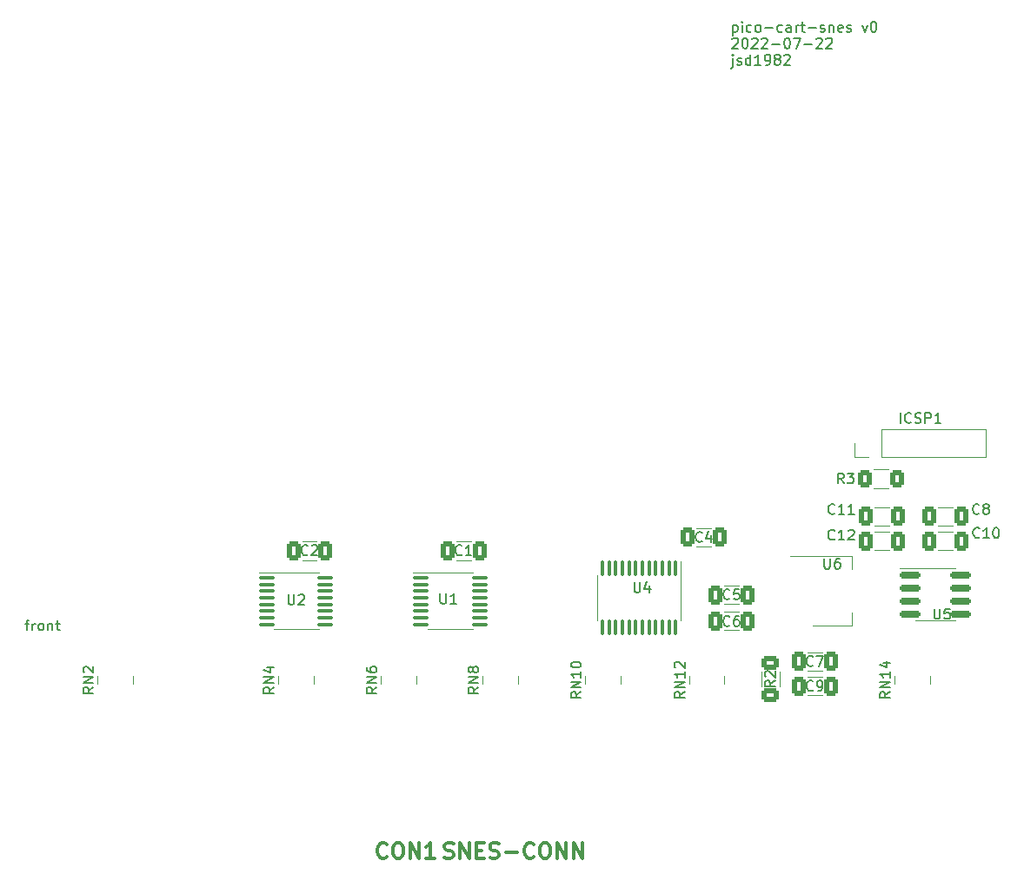
<source format=gto>
G04 #@! TF.GenerationSoftware,KiCad,Pcbnew,(6.0.6)*
G04 #@! TF.CreationDate,2022-07-23T12:01:03-05:00*
G04 #@! TF.ProjectId,v0,76302e6b-6963-4616-945f-706362585858,v0*
G04 #@! TF.SameCoordinates,Original*
G04 #@! TF.FileFunction,Legend,Top*
G04 #@! TF.FilePolarity,Positive*
%FSLAX46Y46*%
G04 Gerber Fmt 4.6, Leading zero omitted, Abs format (unit mm)*
G04 Created by KiCad (PCBNEW (6.0.6)) date 2022-07-23 12:01:03*
%MOMM*%
%LPD*%
G01*
G04 APERTURE LIST*
G04 Aperture macros list*
%AMRoundRect*
0 Rectangle with rounded corners*
0 $1 Rounding radius*
0 $2 $3 $4 $5 $6 $7 $8 $9 X,Y pos of 4 corners*
0 Add a 4 corners polygon primitive as box body*
4,1,4,$2,$3,$4,$5,$6,$7,$8,$9,$2,$3,0*
0 Add four circle primitives for the rounded corners*
1,1,$1+$1,$2,$3*
1,1,$1+$1,$4,$5*
1,1,$1+$1,$6,$7*
1,1,$1+$1,$8,$9*
0 Add four rect primitives between the rounded corners*
20,1,$1+$1,$2,$3,$4,$5,0*
20,1,$1+$1,$4,$5,$6,$7,0*
20,1,$1+$1,$6,$7,$8,$9,0*
20,1,$1+$1,$8,$9,$2,$3,0*%
G04 Aperture macros list end*
%ADD10C,0.150000*%
%ADD11C,0.304800*%
%ADD12C,0.120000*%
%ADD13RoundRect,0.250000X0.412500X0.650000X-0.412500X0.650000X-0.412500X-0.650000X0.412500X-0.650000X0*%
%ADD14RoundRect,0.150000X-0.825000X-0.150000X0.825000X-0.150000X0.825000X0.150000X-0.825000X0.150000X0*%
%ADD15R,0.400000X0.900000*%
%ADD16RoundRect,0.250000X-0.625000X0.400000X-0.625000X-0.400000X0.625000X-0.400000X0.625000X0.400000X0*%
%ADD17RoundRect,0.100000X-0.637500X-0.100000X0.637500X-0.100000X0.637500X0.100000X-0.637500X0.100000X0*%
%ADD18RoundRect,0.250000X-0.412500X-0.650000X0.412500X-0.650000X0.412500X0.650000X-0.412500X0.650000X0*%
%ADD19R,12.499340X8.001000*%
%ADD20R,59.999880X8.001000*%
%ADD21R,1.700000X1.700000*%
%ADD22O,1.700000X1.700000*%
%ADD23RoundRect,0.250000X0.400000X0.625000X-0.400000X0.625000X-0.400000X-0.625000X0.400000X-0.625000X0*%
%ADD24R,2.000000X1.500000*%
%ADD25R,2.000000X3.800000*%
%ADD26RoundRect,0.100000X-0.100000X0.637500X-0.100000X-0.637500X0.100000X-0.637500X0.100000X0.637500X0*%
G04 APERTURE END LIST*
D10*
X158535595Y-55775714D02*
X158535595Y-56775714D01*
X158535595Y-55823333D02*
X158630833Y-55775714D01*
X158821309Y-55775714D01*
X158916547Y-55823333D01*
X158964166Y-55870952D01*
X159011785Y-55966190D01*
X159011785Y-56251904D01*
X158964166Y-56347142D01*
X158916547Y-56394761D01*
X158821309Y-56442380D01*
X158630833Y-56442380D01*
X158535595Y-56394761D01*
X159440357Y-56442380D02*
X159440357Y-55775714D01*
X159440357Y-55442380D02*
X159392738Y-55490000D01*
X159440357Y-55537619D01*
X159487976Y-55490000D01*
X159440357Y-55442380D01*
X159440357Y-55537619D01*
X160345119Y-56394761D02*
X160249880Y-56442380D01*
X160059404Y-56442380D01*
X159964166Y-56394761D01*
X159916547Y-56347142D01*
X159868928Y-56251904D01*
X159868928Y-55966190D01*
X159916547Y-55870952D01*
X159964166Y-55823333D01*
X160059404Y-55775714D01*
X160249880Y-55775714D01*
X160345119Y-55823333D01*
X160916547Y-56442380D02*
X160821309Y-56394761D01*
X160773690Y-56347142D01*
X160726071Y-56251904D01*
X160726071Y-55966190D01*
X160773690Y-55870952D01*
X160821309Y-55823333D01*
X160916547Y-55775714D01*
X161059404Y-55775714D01*
X161154642Y-55823333D01*
X161202261Y-55870952D01*
X161249880Y-55966190D01*
X161249880Y-56251904D01*
X161202261Y-56347142D01*
X161154642Y-56394761D01*
X161059404Y-56442380D01*
X160916547Y-56442380D01*
X161678452Y-56061428D02*
X162440357Y-56061428D01*
X163345119Y-56394761D02*
X163249880Y-56442380D01*
X163059404Y-56442380D01*
X162964166Y-56394761D01*
X162916547Y-56347142D01*
X162868928Y-56251904D01*
X162868928Y-55966190D01*
X162916547Y-55870952D01*
X162964166Y-55823333D01*
X163059404Y-55775714D01*
X163249880Y-55775714D01*
X163345119Y-55823333D01*
X164202261Y-56442380D02*
X164202261Y-55918571D01*
X164154642Y-55823333D01*
X164059404Y-55775714D01*
X163868928Y-55775714D01*
X163773690Y-55823333D01*
X164202261Y-56394761D02*
X164107023Y-56442380D01*
X163868928Y-56442380D01*
X163773690Y-56394761D01*
X163726071Y-56299523D01*
X163726071Y-56204285D01*
X163773690Y-56109047D01*
X163868928Y-56061428D01*
X164107023Y-56061428D01*
X164202261Y-56013809D01*
X164678452Y-56442380D02*
X164678452Y-55775714D01*
X164678452Y-55966190D02*
X164726071Y-55870952D01*
X164773690Y-55823333D01*
X164868928Y-55775714D01*
X164964166Y-55775714D01*
X165154642Y-55775714D02*
X165535595Y-55775714D01*
X165297500Y-55442380D02*
X165297500Y-56299523D01*
X165345119Y-56394761D01*
X165440357Y-56442380D01*
X165535595Y-56442380D01*
X165868928Y-56061428D02*
X166630833Y-56061428D01*
X167059404Y-56394761D02*
X167154642Y-56442380D01*
X167345119Y-56442380D01*
X167440357Y-56394761D01*
X167487976Y-56299523D01*
X167487976Y-56251904D01*
X167440357Y-56156666D01*
X167345119Y-56109047D01*
X167202261Y-56109047D01*
X167107023Y-56061428D01*
X167059404Y-55966190D01*
X167059404Y-55918571D01*
X167107023Y-55823333D01*
X167202261Y-55775714D01*
X167345119Y-55775714D01*
X167440357Y-55823333D01*
X167916547Y-55775714D02*
X167916547Y-56442380D01*
X167916547Y-55870952D02*
X167964166Y-55823333D01*
X168059404Y-55775714D01*
X168202261Y-55775714D01*
X168297500Y-55823333D01*
X168345119Y-55918571D01*
X168345119Y-56442380D01*
X169202261Y-56394761D02*
X169107023Y-56442380D01*
X168916547Y-56442380D01*
X168821309Y-56394761D01*
X168773690Y-56299523D01*
X168773690Y-55918571D01*
X168821309Y-55823333D01*
X168916547Y-55775714D01*
X169107023Y-55775714D01*
X169202261Y-55823333D01*
X169249880Y-55918571D01*
X169249880Y-56013809D01*
X168773690Y-56109047D01*
X169630833Y-56394761D02*
X169726071Y-56442380D01*
X169916547Y-56442380D01*
X170011785Y-56394761D01*
X170059404Y-56299523D01*
X170059404Y-56251904D01*
X170011785Y-56156666D01*
X169916547Y-56109047D01*
X169773690Y-56109047D01*
X169678452Y-56061428D01*
X169630833Y-55966190D01*
X169630833Y-55918571D01*
X169678452Y-55823333D01*
X169773690Y-55775714D01*
X169916547Y-55775714D01*
X170011785Y-55823333D01*
X171154642Y-55775714D02*
X171392738Y-56442380D01*
X171630833Y-55775714D01*
X172202261Y-55442380D02*
X172297500Y-55442380D01*
X172392738Y-55490000D01*
X172440357Y-55537619D01*
X172487976Y-55632857D01*
X172535595Y-55823333D01*
X172535595Y-56061428D01*
X172487976Y-56251904D01*
X172440357Y-56347142D01*
X172392738Y-56394761D01*
X172297500Y-56442380D01*
X172202261Y-56442380D01*
X172107023Y-56394761D01*
X172059404Y-56347142D01*
X172011785Y-56251904D01*
X171964166Y-56061428D01*
X171964166Y-55823333D01*
X172011785Y-55632857D01*
X172059404Y-55537619D01*
X172107023Y-55490000D01*
X172202261Y-55442380D01*
X158487976Y-57147619D02*
X158535595Y-57100000D01*
X158630833Y-57052380D01*
X158868928Y-57052380D01*
X158964166Y-57100000D01*
X159011785Y-57147619D01*
X159059404Y-57242857D01*
X159059404Y-57338095D01*
X159011785Y-57480952D01*
X158440357Y-58052380D01*
X159059404Y-58052380D01*
X159678452Y-57052380D02*
X159773690Y-57052380D01*
X159868928Y-57100000D01*
X159916547Y-57147619D01*
X159964166Y-57242857D01*
X160011785Y-57433333D01*
X160011785Y-57671428D01*
X159964166Y-57861904D01*
X159916547Y-57957142D01*
X159868928Y-58004761D01*
X159773690Y-58052380D01*
X159678452Y-58052380D01*
X159583214Y-58004761D01*
X159535595Y-57957142D01*
X159487976Y-57861904D01*
X159440357Y-57671428D01*
X159440357Y-57433333D01*
X159487976Y-57242857D01*
X159535595Y-57147619D01*
X159583214Y-57100000D01*
X159678452Y-57052380D01*
X160392738Y-57147619D02*
X160440357Y-57100000D01*
X160535595Y-57052380D01*
X160773690Y-57052380D01*
X160868928Y-57100000D01*
X160916547Y-57147619D01*
X160964166Y-57242857D01*
X160964166Y-57338095D01*
X160916547Y-57480952D01*
X160345119Y-58052380D01*
X160964166Y-58052380D01*
X161345119Y-57147619D02*
X161392738Y-57100000D01*
X161487976Y-57052380D01*
X161726071Y-57052380D01*
X161821309Y-57100000D01*
X161868928Y-57147619D01*
X161916547Y-57242857D01*
X161916547Y-57338095D01*
X161868928Y-57480952D01*
X161297500Y-58052380D01*
X161916547Y-58052380D01*
X162345119Y-57671428D02*
X163107023Y-57671428D01*
X163773690Y-57052380D02*
X163868928Y-57052380D01*
X163964166Y-57100000D01*
X164011785Y-57147619D01*
X164059404Y-57242857D01*
X164107023Y-57433333D01*
X164107023Y-57671428D01*
X164059404Y-57861904D01*
X164011785Y-57957142D01*
X163964166Y-58004761D01*
X163868928Y-58052380D01*
X163773690Y-58052380D01*
X163678452Y-58004761D01*
X163630833Y-57957142D01*
X163583214Y-57861904D01*
X163535595Y-57671428D01*
X163535595Y-57433333D01*
X163583214Y-57242857D01*
X163630833Y-57147619D01*
X163678452Y-57100000D01*
X163773690Y-57052380D01*
X164440357Y-57052380D02*
X165107023Y-57052380D01*
X164678452Y-58052380D01*
X165487976Y-57671428D02*
X166249880Y-57671428D01*
X166678452Y-57147619D02*
X166726071Y-57100000D01*
X166821309Y-57052380D01*
X167059404Y-57052380D01*
X167154642Y-57100000D01*
X167202261Y-57147619D01*
X167249880Y-57242857D01*
X167249880Y-57338095D01*
X167202261Y-57480952D01*
X166630833Y-58052380D01*
X167249880Y-58052380D01*
X167630833Y-57147619D02*
X167678452Y-57100000D01*
X167773690Y-57052380D01*
X168011785Y-57052380D01*
X168107023Y-57100000D01*
X168154642Y-57147619D01*
X168202261Y-57242857D01*
X168202261Y-57338095D01*
X168154642Y-57480952D01*
X167583214Y-58052380D01*
X168202261Y-58052380D01*
X158535595Y-58995714D02*
X158535595Y-59852857D01*
X158487976Y-59948095D01*
X158392738Y-59995714D01*
X158345119Y-59995714D01*
X158535595Y-58662380D02*
X158487976Y-58710000D01*
X158535595Y-58757619D01*
X158583214Y-58710000D01*
X158535595Y-58662380D01*
X158535595Y-58757619D01*
X158964166Y-59614761D02*
X159059404Y-59662380D01*
X159249880Y-59662380D01*
X159345119Y-59614761D01*
X159392738Y-59519523D01*
X159392738Y-59471904D01*
X159345119Y-59376666D01*
X159249880Y-59329047D01*
X159107023Y-59329047D01*
X159011785Y-59281428D01*
X158964166Y-59186190D01*
X158964166Y-59138571D01*
X159011785Y-59043333D01*
X159107023Y-58995714D01*
X159249880Y-58995714D01*
X159345119Y-59043333D01*
X160249880Y-59662380D02*
X160249880Y-58662380D01*
X160249880Y-59614761D02*
X160154642Y-59662380D01*
X159964166Y-59662380D01*
X159868928Y-59614761D01*
X159821309Y-59567142D01*
X159773690Y-59471904D01*
X159773690Y-59186190D01*
X159821309Y-59090952D01*
X159868928Y-59043333D01*
X159964166Y-58995714D01*
X160154642Y-58995714D01*
X160249880Y-59043333D01*
X161249880Y-59662380D02*
X160678452Y-59662380D01*
X160964166Y-59662380D02*
X160964166Y-58662380D01*
X160868928Y-58805238D01*
X160773690Y-58900476D01*
X160678452Y-58948095D01*
X161726071Y-59662380D02*
X161916547Y-59662380D01*
X162011785Y-59614761D01*
X162059404Y-59567142D01*
X162154642Y-59424285D01*
X162202261Y-59233809D01*
X162202261Y-58852857D01*
X162154642Y-58757619D01*
X162107023Y-58710000D01*
X162011785Y-58662380D01*
X161821309Y-58662380D01*
X161726071Y-58710000D01*
X161678452Y-58757619D01*
X161630833Y-58852857D01*
X161630833Y-59090952D01*
X161678452Y-59186190D01*
X161726071Y-59233809D01*
X161821309Y-59281428D01*
X162011785Y-59281428D01*
X162107023Y-59233809D01*
X162154642Y-59186190D01*
X162202261Y-59090952D01*
X162773690Y-59090952D02*
X162678452Y-59043333D01*
X162630833Y-58995714D01*
X162583214Y-58900476D01*
X162583214Y-58852857D01*
X162630833Y-58757619D01*
X162678452Y-58710000D01*
X162773690Y-58662380D01*
X162964166Y-58662380D01*
X163059404Y-58710000D01*
X163107023Y-58757619D01*
X163154642Y-58852857D01*
X163154642Y-58900476D01*
X163107023Y-58995714D01*
X163059404Y-59043333D01*
X162964166Y-59090952D01*
X162773690Y-59090952D01*
X162678452Y-59138571D01*
X162630833Y-59186190D01*
X162583214Y-59281428D01*
X162583214Y-59471904D01*
X162630833Y-59567142D01*
X162678452Y-59614761D01*
X162773690Y-59662380D01*
X162964166Y-59662380D01*
X163059404Y-59614761D01*
X163107023Y-59567142D01*
X163154642Y-59471904D01*
X163154642Y-59281428D01*
X163107023Y-59186190D01*
X163059404Y-59138571D01*
X162964166Y-59090952D01*
X163535595Y-58757619D02*
X163583214Y-58710000D01*
X163678452Y-58662380D01*
X163916547Y-58662380D01*
X164011785Y-58710000D01*
X164059404Y-58757619D01*
X164107023Y-58852857D01*
X164107023Y-58948095D01*
X164059404Y-59090952D01*
X163487976Y-59662380D01*
X164107023Y-59662380D01*
X89609523Y-114085714D02*
X89990476Y-114085714D01*
X89752380Y-114752380D02*
X89752380Y-113895238D01*
X89800000Y-113800000D01*
X89895238Y-113752380D01*
X89990476Y-113752380D01*
X90323809Y-114752380D02*
X90323809Y-114085714D01*
X90323809Y-114276190D02*
X90371428Y-114180952D01*
X90419047Y-114133333D01*
X90514285Y-114085714D01*
X90609523Y-114085714D01*
X91085714Y-114752380D02*
X90990476Y-114704761D01*
X90942857Y-114657142D01*
X90895238Y-114561904D01*
X90895238Y-114276190D01*
X90942857Y-114180952D01*
X90990476Y-114133333D01*
X91085714Y-114085714D01*
X91228571Y-114085714D01*
X91323809Y-114133333D01*
X91371428Y-114180952D01*
X91419047Y-114276190D01*
X91419047Y-114561904D01*
X91371428Y-114657142D01*
X91323809Y-114704761D01*
X91228571Y-114752380D01*
X91085714Y-114752380D01*
X91847619Y-114085714D02*
X91847619Y-114752380D01*
X91847619Y-114180952D02*
X91895238Y-114133333D01*
X91990476Y-114085714D01*
X92133333Y-114085714D01*
X92228571Y-114133333D01*
X92276190Y-114228571D01*
X92276190Y-114752380D01*
X92609523Y-114085714D02*
X92990476Y-114085714D01*
X92752380Y-113752380D02*
X92752380Y-114609523D01*
X92800000Y-114704761D01*
X92895238Y-114752380D01*
X92990476Y-114752380D01*
X117133333Y-107357142D02*
X117085714Y-107404761D01*
X116942857Y-107452380D01*
X116847619Y-107452380D01*
X116704761Y-107404761D01*
X116609523Y-107309523D01*
X116561904Y-107214285D01*
X116514285Y-107023809D01*
X116514285Y-106880952D01*
X116561904Y-106690476D01*
X116609523Y-106595238D01*
X116704761Y-106500000D01*
X116847619Y-106452380D01*
X116942857Y-106452380D01*
X117085714Y-106500000D01*
X117133333Y-106547619D01*
X117514285Y-106547619D02*
X117561904Y-106500000D01*
X117657142Y-106452380D01*
X117895238Y-106452380D01*
X117990476Y-106500000D01*
X118038095Y-106547619D01*
X118085714Y-106642857D01*
X118085714Y-106738095D01*
X118038095Y-106880952D01*
X117466666Y-107452380D01*
X118085714Y-107452380D01*
X178138095Y-112652380D02*
X178138095Y-113461904D01*
X178185714Y-113557142D01*
X178233333Y-113604761D01*
X178328571Y-113652380D01*
X178519047Y-113652380D01*
X178614285Y-113604761D01*
X178661904Y-113557142D01*
X178709523Y-113461904D01*
X178709523Y-112652380D01*
X179661904Y-112652380D02*
X179185714Y-112652380D01*
X179138095Y-113128571D01*
X179185714Y-113080952D01*
X179280952Y-113033333D01*
X179519047Y-113033333D01*
X179614285Y-113080952D01*
X179661904Y-113128571D01*
X179709523Y-113223809D01*
X179709523Y-113461904D01*
X179661904Y-113557142D01*
X179614285Y-113604761D01*
X179519047Y-113652380D01*
X179280952Y-113652380D01*
X179185714Y-113604761D01*
X179138095Y-113557142D01*
X158233333Y-111657142D02*
X158185714Y-111704761D01*
X158042857Y-111752380D01*
X157947619Y-111752380D01*
X157804761Y-111704761D01*
X157709523Y-111609523D01*
X157661904Y-111514285D01*
X157614285Y-111323809D01*
X157614285Y-111180952D01*
X157661904Y-110990476D01*
X157709523Y-110895238D01*
X157804761Y-110800000D01*
X157947619Y-110752380D01*
X158042857Y-110752380D01*
X158185714Y-110800000D01*
X158233333Y-110847619D01*
X159138095Y-110752380D02*
X158661904Y-110752380D01*
X158614285Y-111228571D01*
X158661904Y-111180952D01*
X158757142Y-111133333D01*
X158995238Y-111133333D01*
X159090476Y-111180952D01*
X159138095Y-111228571D01*
X159185714Y-111323809D01*
X159185714Y-111561904D01*
X159138095Y-111657142D01*
X159090476Y-111704761D01*
X158995238Y-111752380D01*
X158757142Y-111752380D01*
X158661904Y-111704761D01*
X158614285Y-111657142D01*
X96252380Y-120290476D02*
X95776190Y-120623809D01*
X96252380Y-120861904D02*
X95252380Y-120861904D01*
X95252380Y-120480952D01*
X95300000Y-120385714D01*
X95347619Y-120338095D01*
X95442857Y-120290476D01*
X95585714Y-120290476D01*
X95680952Y-120338095D01*
X95728571Y-120385714D01*
X95776190Y-120480952D01*
X95776190Y-120861904D01*
X96252380Y-119861904D02*
X95252380Y-119861904D01*
X96252380Y-119290476D01*
X95252380Y-119290476D01*
X95347619Y-118861904D02*
X95300000Y-118814285D01*
X95252380Y-118719047D01*
X95252380Y-118480952D01*
X95300000Y-118385714D01*
X95347619Y-118338095D01*
X95442857Y-118290476D01*
X95538095Y-118290476D01*
X95680952Y-118338095D01*
X96252380Y-118909523D01*
X96252380Y-118290476D01*
X162652380Y-119666666D02*
X162176190Y-120000000D01*
X162652380Y-120238095D02*
X161652380Y-120238095D01*
X161652380Y-119857142D01*
X161700000Y-119761904D01*
X161747619Y-119714285D01*
X161842857Y-119666666D01*
X161985714Y-119666666D01*
X162080952Y-119714285D01*
X162128571Y-119761904D01*
X162176190Y-119857142D01*
X162176190Y-120238095D01*
X161747619Y-119285714D02*
X161700000Y-119238095D01*
X161652380Y-119142857D01*
X161652380Y-118904761D01*
X161700000Y-118809523D01*
X161747619Y-118761904D01*
X161842857Y-118714285D01*
X161938095Y-118714285D01*
X162080952Y-118761904D01*
X162652380Y-119333333D01*
X162652380Y-118714285D01*
X115238095Y-111252380D02*
X115238095Y-112061904D01*
X115285714Y-112157142D01*
X115333333Y-112204761D01*
X115428571Y-112252380D01*
X115619047Y-112252380D01*
X115714285Y-112204761D01*
X115761904Y-112157142D01*
X115809523Y-112061904D01*
X115809523Y-111252380D01*
X116238095Y-111347619D02*
X116285714Y-111300000D01*
X116380952Y-111252380D01*
X116619047Y-111252380D01*
X116714285Y-111300000D01*
X116761904Y-111347619D01*
X116809523Y-111442857D01*
X116809523Y-111538095D01*
X116761904Y-111680952D01*
X116190476Y-112252380D01*
X116809523Y-112252380D01*
X182533333Y-103357142D02*
X182485714Y-103404761D01*
X182342857Y-103452380D01*
X182247619Y-103452380D01*
X182104761Y-103404761D01*
X182009523Y-103309523D01*
X181961904Y-103214285D01*
X181914285Y-103023809D01*
X181914285Y-102880952D01*
X181961904Y-102690476D01*
X182009523Y-102595238D01*
X182104761Y-102500000D01*
X182247619Y-102452380D01*
X182342857Y-102452380D01*
X182485714Y-102500000D01*
X182533333Y-102547619D01*
X183104761Y-102880952D02*
X183009523Y-102833333D01*
X182961904Y-102785714D01*
X182914285Y-102690476D01*
X182914285Y-102642857D01*
X182961904Y-102547619D01*
X183009523Y-102500000D01*
X183104761Y-102452380D01*
X183295238Y-102452380D01*
X183390476Y-102500000D01*
X183438095Y-102547619D01*
X183485714Y-102642857D01*
X183485714Y-102690476D01*
X183438095Y-102785714D01*
X183390476Y-102833333D01*
X183295238Y-102880952D01*
X183104761Y-102880952D01*
X183009523Y-102928571D01*
X182961904Y-102976190D01*
X182914285Y-103071428D01*
X182914285Y-103261904D01*
X182961904Y-103357142D01*
X183009523Y-103404761D01*
X183104761Y-103452380D01*
X183295238Y-103452380D01*
X183390476Y-103404761D01*
X183438095Y-103357142D01*
X183485714Y-103261904D01*
X183485714Y-103071428D01*
X183438095Y-102976190D01*
X183390476Y-102928571D01*
X183295238Y-102880952D01*
D11*
X124849068Y-136844905D02*
X124776497Y-136917477D01*
X124558782Y-136990048D01*
X124413640Y-136990048D01*
X124195925Y-136917477D01*
X124050782Y-136772334D01*
X123978211Y-136627191D01*
X123905640Y-136336905D01*
X123905640Y-136119191D01*
X123978211Y-135828905D01*
X124050782Y-135683762D01*
X124195925Y-135538620D01*
X124413640Y-135466048D01*
X124558782Y-135466048D01*
X124776497Y-135538620D01*
X124849068Y-135611191D01*
X125792497Y-135466048D02*
X126082782Y-135466048D01*
X126227925Y-135538620D01*
X126373068Y-135683762D01*
X126445640Y-135974048D01*
X126445640Y-136482048D01*
X126373068Y-136772334D01*
X126227925Y-136917477D01*
X126082782Y-136990048D01*
X125792497Y-136990048D01*
X125647354Y-136917477D01*
X125502211Y-136772334D01*
X125429640Y-136482048D01*
X125429640Y-135974048D01*
X125502211Y-135683762D01*
X125647354Y-135538620D01*
X125792497Y-135466048D01*
X127098782Y-136990048D02*
X127098782Y-135466048D01*
X127969640Y-136990048D01*
X127969640Y-135466048D01*
X129493640Y-136990048D02*
X128622782Y-136990048D01*
X129058211Y-136990048D02*
X129058211Y-135466048D01*
X128913068Y-135683762D01*
X128767925Y-135828905D01*
X128622782Y-135901477D01*
X130450857Y-136917477D02*
X130668571Y-136990048D01*
X131031428Y-136990048D01*
X131176571Y-136917477D01*
X131249142Y-136844905D01*
X131321714Y-136699762D01*
X131321714Y-136554620D01*
X131249142Y-136409477D01*
X131176571Y-136336905D01*
X131031428Y-136264334D01*
X130741142Y-136191762D01*
X130596000Y-136119191D01*
X130523428Y-136046620D01*
X130450857Y-135901477D01*
X130450857Y-135756334D01*
X130523428Y-135611191D01*
X130596000Y-135538620D01*
X130741142Y-135466048D01*
X131104000Y-135466048D01*
X131321714Y-135538620D01*
X131974857Y-136990048D02*
X131974857Y-135466048D01*
X132845714Y-136990048D01*
X132845714Y-135466048D01*
X133571428Y-136191762D02*
X134079428Y-136191762D01*
X134297142Y-136990048D02*
X133571428Y-136990048D01*
X133571428Y-135466048D01*
X134297142Y-135466048D01*
X134877714Y-136917477D02*
X135095428Y-136990048D01*
X135458285Y-136990048D01*
X135603428Y-136917477D01*
X135676000Y-136844905D01*
X135748571Y-136699762D01*
X135748571Y-136554620D01*
X135676000Y-136409477D01*
X135603428Y-136336905D01*
X135458285Y-136264334D01*
X135168000Y-136191762D01*
X135022857Y-136119191D01*
X134950285Y-136046620D01*
X134877714Y-135901477D01*
X134877714Y-135756334D01*
X134950285Y-135611191D01*
X135022857Y-135538620D01*
X135168000Y-135466048D01*
X135530857Y-135466048D01*
X135748571Y-135538620D01*
X136401714Y-136409477D02*
X137562857Y-136409477D01*
X139159428Y-136844905D02*
X139086857Y-136917477D01*
X138869142Y-136990048D01*
X138724000Y-136990048D01*
X138506285Y-136917477D01*
X138361142Y-136772334D01*
X138288571Y-136627191D01*
X138216000Y-136336905D01*
X138216000Y-136119191D01*
X138288571Y-135828905D01*
X138361142Y-135683762D01*
X138506285Y-135538620D01*
X138724000Y-135466048D01*
X138869142Y-135466048D01*
X139086857Y-135538620D01*
X139159428Y-135611191D01*
X140102857Y-135466048D02*
X140393142Y-135466048D01*
X140538285Y-135538620D01*
X140683428Y-135683762D01*
X140756000Y-135974048D01*
X140756000Y-136482048D01*
X140683428Y-136772334D01*
X140538285Y-136917477D01*
X140393142Y-136990048D01*
X140102857Y-136990048D01*
X139957714Y-136917477D01*
X139812571Y-136772334D01*
X139740000Y-136482048D01*
X139740000Y-135974048D01*
X139812571Y-135683762D01*
X139957714Y-135538620D01*
X140102857Y-135466048D01*
X141409142Y-136990048D02*
X141409142Y-135466048D01*
X142280000Y-136990048D01*
X142280000Y-135466048D01*
X143005714Y-136990048D02*
X143005714Y-135466048D01*
X143876571Y-136990048D01*
X143876571Y-135466048D01*
D10*
X174847619Y-94552380D02*
X174847619Y-93552380D01*
X175895238Y-94457142D02*
X175847619Y-94504761D01*
X175704761Y-94552380D01*
X175609523Y-94552380D01*
X175466666Y-94504761D01*
X175371428Y-94409523D01*
X175323809Y-94314285D01*
X175276190Y-94123809D01*
X175276190Y-93980952D01*
X175323809Y-93790476D01*
X175371428Y-93695238D01*
X175466666Y-93600000D01*
X175609523Y-93552380D01*
X175704761Y-93552380D01*
X175847619Y-93600000D01*
X175895238Y-93647619D01*
X176276190Y-94504761D02*
X176419047Y-94552380D01*
X176657142Y-94552380D01*
X176752380Y-94504761D01*
X176800000Y-94457142D01*
X176847619Y-94361904D01*
X176847619Y-94266666D01*
X176800000Y-94171428D01*
X176752380Y-94123809D01*
X176657142Y-94076190D01*
X176466666Y-94028571D01*
X176371428Y-93980952D01*
X176323809Y-93933333D01*
X176276190Y-93838095D01*
X176276190Y-93742857D01*
X176323809Y-93647619D01*
X176371428Y-93600000D01*
X176466666Y-93552380D01*
X176704761Y-93552380D01*
X176847619Y-93600000D01*
X177276190Y-94552380D02*
X177276190Y-93552380D01*
X177657142Y-93552380D01*
X177752380Y-93600000D01*
X177800000Y-93647619D01*
X177847619Y-93742857D01*
X177847619Y-93885714D01*
X177800000Y-93980952D01*
X177752380Y-94028571D01*
X177657142Y-94076190D01*
X177276190Y-94076190D01*
X178800000Y-94552380D02*
X178228571Y-94552380D01*
X178514285Y-94552380D02*
X178514285Y-93552380D01*
X178419047Y-93695238D01*
X178323809Y-93790476D01*
X178228571Y-93838095D01*
X169333333Y-100452380D02*
X169000000Y-99976190D01*
X168761904Y-100452380D02*
X168761904Y-99452380D01*
X169142857Y-99452380D01*
X169238095Y-99500000D01*
X169285714Y-99547619D01*
X169333333Y-99642857D01*
X169333333Y-99785714D01*
X169285714Y-99880952D01*
X169238095Y-99928571D01*
X169142857Y-99976190D01*
X168761904Y-99976190D01*
X169666666Y-99452380D02*
X170285714Y-99452380D01*
X169952380Y-99833333D01*
X170095238Y-99833333D01*
X170190476Y-99880952D01*
X170238095Y-99928571D01*
X170285714Y-100023809D01*
X170285714Y-100261904D01*
X170238095Y-100357142D01*
X170190476Y-100404761D01*
X170095238Y-100452380D01*
X169809523Y-100452380D01*
X169714285Y-100404761D01*
X169666666Y-100357142D01*
X166333333Y-118157142D02*
X166285714Y-118204761D01*
X166142857Y-118252380D01*
X166047619Y-118252380D01*
X165904761Y-118204761D01*
X165809523Y-118109523D01*
X165761904Y-118014285D01*
X165714285Y-117823809D01*
X165714285Y-117680952D01*
X165761904Y-117490476D01*
X165809523Y-117395238D01*
X165904761Y-117300000D01*
X166047619Y-117252380D01*
X166142857Y-117252380D01*
X166285714Y-117300000D01*
X166333333Y-117347619D01*
X166666666Y-117252380D02*
X167333333Y-117252380D01*
X166904761Y-118252380D01*
X173852380Y-120766666D02*
X173376190Y-121100000D01*
X173852380Y-121338095D02*
X172852380Y-121338095D01*
X172852380Y-120957142D01*
X172900000Y-120861904D01*
X172947619Y-120814285D01*
X173042857Y-120766666D01*
X173185714Y-120766666D01*
X173280952Y-120814285D01*
X173328571Y-120861904D01*
X173376190Y-120957142D01*
X173376190Y-121338095D01*
X173852380Y-120338095D02*
X172852380Y-120338095D01*
X173852380Y-119766666D01*
X172852380Y-119766666D01*
X173852380Y-118766666D02*
X173852380Y-119338095D01*
X173852380Y-119052380D02*
X172852380Y-119052380D01*
X172995238Y-119147619D01*
X173090476Y-119242857D01*
X173138095Y-119338095D01*
X173185714Y-117909523D02*
X173852380Y-117909523D01*
X172804761Y-118147619D02*
X173519047Y-118385714D01*
X173519047Y-117766666D01*
X132133333Y-107357142D02*
X132085714Y-107404761D01*
X131942857Y-107452380D01*
X131847619Y-107452380D01*
X131704761Y-107404761D01*
X131609523Y-107309523D01*
X131561904Y-107214285D01*
X131514285Y-107023809D01*
X131514285Y-106880952D01*
X131561904Y-106690476D01*
X131609523Y-106595238D01*
X131704761Y-106500000D01*
X131847619Y-106452380D01*
X131942857Y-106452380D01*
X132085714Y-106500000D01*
X132133333Y-106547619D01*
X133085714Y-107452380D02*
X132514285Y-107452380D01*
X132800000Y-107452380D02*
X132800000Y-106452380D01*
X132704761Y-106595238D01*
X132609523Y-106690476D01*
X132514285Y-106738095D01*
X133752380Y-120290476D02*
X133276190Y-120623809D01*
X133752380Y-120861904D02*
X132752380Y-120861904D01*
X132752380Y-120480952D01*
X132800000Y-120385714D01*
X132847619Y-120338095D01*
X132942857Y-120290476D01*
X133085714Y-120290476D01*
X133180952Y-120338095D01*
X133228571Y-120385714D01*
X133276190Y-120480952D01*
X133276190Y-120861904D01*
X133752380Y-119861904D02*
X132752380Y-119861904D01*
X133752380Y-119290476D01*
X132752380Y-119290476D01*
X133180952Y-118671428D02*
X133133333Y-118766666D01*
X133085714Y-118814285D01*
X132990476Y-118861904D01*
X132942857Y-118861904D01*
X132847619Y-118814285D01*
X132800000Y-118766666D01*
X132752380Y-118671428D01*
X132752380Y-118480952D01*
X132800000Y-118385714D01*
X132847619Y-118338095D01*
X132942857Y-118290476D01*
X132990476Y-118290476D01*
X133085714Y-118338095D01*
X133133333Y-118385714D01*
X133180952Y-118480952D01*
X133180952Y-118671428D01*
X133228571Y-118766666D01*
X133276190Y-118814285D01*
X133371428Y-118861904D01*
X133561904Y-118861904D01*
X133657142Y-118814285D01*
X133704761Y-118766666D01*
X133752380Y-118671428D01*
X133752380Y-118480952D01*
X133704761Y-118385714D01*
X133657142Y-118338095D01*
X133561904Y-118290476D01*
X133371428Y-118290476D01*
X133276190Y-118338095D01*
X133228571Y-118385714D01*
X133180952Y-118480952D01*
X130038095Y-111152380D02*
X130038095Y-111961904D01*
X130085714Y-112057142D01*
X130133333Y-112104761D01*
X130228571Y-112152380D01*
X130419047Y-112152380D01*
X130514285Y-112104761D01*
X130561904Y-112057142D01*
X130609523Y-111961904D01*
X130609523Y-111152380D01*
X131609523Y-112152380D02*
X131038095Y-112152380D01*
X131323809Y-112152380D02*
X131323809Y-111152380D01*
X131228571Y-111295238D01*
X131133333Y-111390476D01*
X131038095Y-111438095D01*
X167438095Y-107752380D02*
X167438095Y-108561904D01*
X167485714Y-108657142D01*
X167533333Y-108704761D01*
X167628571Y-108752380D01*
X167819047Y-108752380D01*
X167914285Y-108704761D01*
X167961904Y-108657142D01*
X168009523Y-108561904D01*
X168009523Y-107752380D01*
X168914285Y-107752380D02*
X168723809Y-107752380D01*
X168628571Y-107800000D01*
X168580952Y-107847619D01*
X168485714Y-107990476D01*
X168438095Y-108180952D01*
X168438095Y-108561904D01*
X168485714Y-108657142D01*
X168533333Y-108704761D01*
X168628571Y-108752380D01*
X168819047Y-108752380D01*
X168914285Y-108704761D01*
X168961904Y-108657142D01*
X169009523Y-108561904D01*
X169009523Y-108323809D01*
X168961904Y-108228571D01*
X168914285Y-108180952D01*
X168819047Y-108133333D01*
X168628571Y-108133333D01*
X168533333Y-108180952D01*
X168485714Y-108228571D01*
X168438095Y-108323809D01*
X143752380Y-120766666D02*
X143276190Y-121100000D01*
X143752380Y-121338095D02*
X142752380Y-121338095D01*
X142752380Y-120957142D01*
X142800000Y-120861904D01*
X142847619Y-120814285D01*
X142942857Y-120766666D01*
X143085714Y-120766666D01*
X143180952Y-120814285D01*
X143228571Y-120861904D01*
X143276190Y-120957142D01*
X143276190Y-121338095D01*
X143752380Y-120338095D02*
X142752380Y-120338095D01*
X143752380Y-119766666D01*
X142752380Y-119766666D01*
X143752380Y-118766666D02*
X143752380Y-119338095D01*
X143752380Y-119052380D02*
X142752380Y-119052380D01*
X142895238Y-119147619D01*
X142990476Y-119242857D01*
X143038095Y-119338095D01*
X142752380Y-118147619D02*
X142752380Y-118052380D01*
X142800000Y-117957142D01*
X142847619Y-117909523D01*
X142942857Y-117861904D01*
X143133333Y-117814285D01*
X143371428Y-117814285D01*
X143561904Y-117861904D01*
X143657142Y-117909523D01*
X143704761Y-117957142D01*
X143752380Y-118052380D01*
X143752380Y-118147619D01*
X143704761Y-118242857D01*
X143657142Y-118290476D01*
X143561904Y-118338095D01*
X143371428Y-118385714D01*
X143133333Y-118385714D01*
X142942857Y-118338095D01*
X142847619Y-118290476D01*
X142800000Y-118242857D01*
X142752380Y-118147619D01*
X153852380Y-120766666D02*
X153376190Y-121100000D01*
X153852380Y-121338095D02*
X152852380Y-121338095D01*
X152852380Y-120957142D01*
X152900000Y-120861904D01*
X152947619Y-120814285D01*
X153042857Y-120766666D01*
X153185714Y-120766666D01*
X153280952Y-120814285D01*
X153328571Y-120861904D01*
X153376190Y-120957142D01*
X153376190Y-121338095D01*
X153852380Y-120338095D02*
X152852380Y-120338095D01*
X153852380Y-119766666D01*
X152852380Y-119766666D01*
X153852380Y-118766666D02*
X153852380Y-119338095D01*
X153852380Y-119052380D02*
X152852380Y-119052380D01*
X152995238Y-119147619D01*
X153090476Y-119242857D01*
X153138095Y-119338095D01*
X152947619Y-118385714D02*
X152900000Y-118338095D01*
X152852380Y-118242857D01*
X152852380Y-118004761D01*
X152900000Y-117909523D01*
X152947619Y-117861904D01*
X153042857Y-117814285D01*
X153138095Y-117814285D01*
X153280952Y-117861904D01*
X153852380Y-118433333D01*
X153852380Y-117814285D01*
X168457142Y-103357142D02*
X168409523Y-103404761D01*
X168266666Y-103452380D01*
X168171428Y-103452380D01*
X168028571Y-103404761D01*
X167933333Y-103309523D01*
X167885714Y-103214285D01*
X167838095Y-103023809D01*
X167838095Y-102880952D01*
X167885714Y-102690476D01*
X167933333Y-102595238D01*
X168028571Y-102500000D01*
X168171428Y-102452380D01*
X168266666Y-102452380D01*
X168409523Y-102500000D01*
X168457142Y-102547619D01*
X169409523Y-103452380D02*
X168838095Y-103452380D01*
X169123809Y-103452380D02*
X169123809Y-102452380D01*
X169028571Y-102595238D01*
X168933333Y-102690476D01*
X168838095Y-102738095D01*
X170361904Y-103452380D02*
X169790476Y-103452380D01*
X170076190Y-103452380D02*
X170076190Y-102452380D01*
X169980952Y-102595238D01*
X169885714Y-102690476D01*
X169790476Y-102738095D01*
X166333333Y-120557142D02*
X166285714Y-120604761D01*
X166142857Y-120652380D01*
X166047619Y-120652380D01*
X165904761Y-120604761D01*
X165809523Y-120509523D01*
X165761904Y-120414285D01*
X165714285Y-120223809D01*
X165714285Y-120080952D01*
X165761904Y-119890476D01*
X165809523Y-119795238D01*
X165904761Y-119700000D01*
X166047619Y-119652380D01*
X166142857Y-119652380D01*
X166285714Y-119700000D01*
X166333333Y-119747619D01*
X166809523Y-120652380D02*
X167000000Y-120652380D01*
X167095238Y-120604761D01*
X167142857Y-120557142D01*
X167238095Y-120414285D01*
X167285714Y-120223809D01*
X167285714Y-119842857D01*
X167238095Y-119747619D01*
X167190476Y-119700000D01*
X167095238Y-119652380D01*
X166904761Y-119652380D01*
X166809523Y-119700000D01*
X166761904Y-119747619D01*
X166714285Y-119842857D01*
X166714285Y-120080952D01*
X166761904Y-120176190D01*
X166809523Y-120223809D01*
X166904761Y-120271428D01*
X167095238Y-120271428D01*
X167190476Y-120223809D01*
X167238095Y-120176190D01*
X167285714Y-120080952D01*
X123852380Y-120290476D02*
X123376190Y-120623809D01*
X123852380Y-120861904D02*
X122852380Y-120861904D01*
X122852380Y-120480952D01*
X122900000Y-120385714D01*
X122947619Y-120338095D01*
X123042857Y-120290476D01*
X123185714Y-120290476D01*
X123280952Y-120338095D01*
X123328571Y-120385714D01*
X123376190Y-120480952D01*
X123376190Y-120861904D01*
X123852380Y-119861904D02*
X122852380Y-119861904D01*
X123852380Y-119290476D01*
X122852380Y-119290476D01*
X122852380Y-118385714D02*
X122852380Y-118576190D01*
X122900000Y-118671428D01*
X122947619Y-118719047D01*
X123090476Y-118814285D01*
X123280952Y-118861904D01*
X123661904Y-118861904D01*
X123757142Y-118814285D01*
X123804761Y-118766666D01*
X123852380Y-118671428D01*
X123852380Y-118480952D01*
X123804761Y-118385714D01*
X123757142Y-118338095D01*
X123661904Y-118290476D01*
X123423809Y-118290476D01*
X123328571Y-118338095D01*
X123280952Y-118385714D01*
X123233333Y-118480952D01*
X123233333Y-118671428D01*
X123280952Y-118766666D01*
X123328571Y-118814285D01*
X123423809Y-118861904D01*
X182557142Y-105657142D02*
X182509523Y-105704761D01*
X182366666Y-105752380D01*
X182271428Y-105752380D01*
X182128571Y-105704761D01*
X182033333Y-105609523D01*
X181985714Y-105514285D01*
X181938095Y-105323809D01*
X181938095Y-105180952D01*
X181985714Y-104990476D01*
X182033333Y-104895238D01*
X182128571Y-104800000D01*
X182271428Y-104752380D01*
X182366666Y-104752380D01*
X182509523Y-104800000D01*
X182557142Y-104847619D01*
X183509523Y-105752380D02*
X182938095Y-105752380D01*
X183223809Y-105752380D02*
X183223809Y-104752380D01*
X183128571Y-104895238D01*
X183033333Y-104990476D01*
X182938095Y-105038095D01*
X184128571Y-104752380D02*
X184223809Y-104752380D01*
X184319047Y-104800000D01*
X184366666Y-104847619D01*
X184414285Y-104942857D01*
X184461904Y-105133333D01*
X184461904Y-105371428D01*
X184414285Y-105561904D01*
X184366666Y-105657142D01*
X184319047Y-105704761D01*
X184223809Y-105752380D01*
X184128571Y-105752380D01*
X184033333Y-105704761D01*
X183985714Y-105657142D01*
X183938095Y-105561904D01*
X183890476Y-105371428D01*
X183890476Y-105133333D01*
X183938095Y-104942857D01*
X183985714Y-104847619D01*
X184033333Y-104800000D01*
X184128571Y-104752380D01*
X168457142Y-105857142D02*
X168409523Y-105904761D01*
X168266666Y-105952380D01*
X168171428Y-105952380D01*
X168028571Y-105904761D01*
X167933333Y-105809523D01*
X167885714Y-105714285D01*
X167838095Y-105523809D01*
X167838095Y-105380952D01*
X167885714Y-105190476D01*
X167933333Y-105095238D01*
X168028571Y-105000000D01*
X168171428Y-104952380D01*
X168266666Y-104952380D01*
X168409523Y-105000000D01*
X168457142Y-105047619D01*
X169409523Y-105952380D02*
X168838095Y-105952380D01*
X169123809Y-105952380D02*
X169123809Y-104952380D01*
X169028571Y-105095238D01*
X168933333Y-105190476D01*
X168838095Y-105238095D01*
X169790476Y-105047619D02*
X169838095Y-105000000D01*
X169933333Y-104952380D01*
X170171428Y-104952380D01*
X170266666Y-105000000D01*
X170314285Y-105047619D01*
X170361904Y-105142857D01*
X170361904Y-105238095D01*
X170314285Y-105380952D01*
X169742857Y-105952380D01*
X170361904Y-105952380D01*
X158233333Y-114257142D02*
X158185714Y-114304761D01*
X158042857Y-114352380D01*
X157947619Y-114352380D01*
X157804761Y-114304761D01*
X157709523Y-114209523D01*
X157661904Y-114114285D01*
X157614285Y-113923809D01*
X157614285Y-113780952D01*
X157661904Y-113590476D01*
X157709523Y-113495238D01*
X157804761Y-113400000D01*
X157947619Y-113352380D01*
X158042857Y-113352380D01*
X158185714Y-113400000D01*
X158233333Y-113447619D01*
X159090476Y-113352380D02*
X158900000Y-113352380D01*
X158804761Y-113400000D01*
X158757142Y-113447619D01*
X158661904Y-113590476D01*
X158614285Y-113780952D01*
X158614285Y-114161904D01*
X158661904Y-114257142D01*
X158709523Y-114304761D01*
X158804761Y-114352380D01*
X158995238Y-114352380D01*
X159090476Y-114304761D01*
X159138095Y-114257142D01*
X159185714Y-114161904D01*
X159185714Y-113923809D01*
X159138095Y-113828571D01*
X159090476Y-113780952D01*
X158995238Y-113733333D01*
X158804761Y-113733333D01*
X158709523Y-113780952D01*
X158661904Y-113828571D01*
X158614285Y-113923809D01*
X148938095Y-110052380D02*
X148938095Y-110861904D01*
X148985714Y-110957142D01*
X149033333Y-111004761D01*
X149128571Y-111052380D01*
X149319047Y-111052380D01*
X149414285Y-111004761D01*
X149461904Y-110957142D01*
X149509523Y-110861904D01*
X149509523Y-110052380D01*
X150414285Y-110385714D02*
X150414285Y-111052380D01*
X150176190Y-110004761D02*
X149938095Y-110719047D01*
X150557142Y-110719047D01*
X113852380Y-120290476D02*
X113376190Y-120623809D01*
X113852380Y-120861904D02*
X112852380Y-120861904D01*
X112852380Y-120480952D01*
X112900000Y-120385714D01*
X112947619Y-120338095D01*
X113042857Y-120290476D01*
X113185714Y-120290476D01*
X113280952Y-120338095D01*
X113328571Y-120385714D01*
X113376190Y-120480952D01*
X113376190Y-120861904D01*
X113852380Y-119861904D02*
X112852380Y-119861904D01*
X113852380Y-119290476D01*
X112852380Y-119290476D01*
X113185714Y-118385714D02*
X113852380Y-118385714D01*
X112804761Y-118623809D02*
X113519047Y-118861904D01*
X113519047Y-118242857D01*
X155533333Y-106057142D02*
X155485714Y-106104761D01*
X155342857Y-106152380D01*
X155247619Y-106152380D01*
X155104761Y-106104761D01*
X155009523Y-106009523D01*
X154961904Y-105914285D01*
X154914285Y-105723809D01*
X154914285Y-105580952D01*
X154961904Y-105390476D01*
X155009523Y-105295238D01*
X155104761Y-105200000D01*
X155247619Y-105152380D01*
X155342857Y-105152380D01*
X155485714Y-105200000D01*
X155533333Y-105247619D01*
X156390476Y-105485714D02*
X156390476Y-106152380D01*
X156152380Y-105104761D02*
X155914285Y-105819047D01*
X156533333Y-105819047D01*
D12*
X118011252Y-107910000D02*
X116588748Y-107910000D01*
X118011252Y-106090000D02*
X116588748Y-106090000D01*
X178250000Y-113810000D02*
X180200000Y-113810000D01*
X178250000Y-113810000D02*
X176300000Y-113810000D01*
X178250000Y-108690000D02*
X180200000Y-108690000D01*
X178250000Y-108690000D02*
X174800000Y-108690000D01*
X159111252Y-110390000D02*
X157688748Y-110390000D01*
X159111252Y-112210000D02*
X157688748Y-112210000D01*
X96680000Y-119200000D02*
X96680000Y-120000000D01*
X100120000Y-119200000D02*
X100120000Y-120000000D01*
X163110000Y-118772936D02*
X163110000Y-120227064D01*
X161290000Y-118772936D02*
X161290000Y-120227064D01*
X116000000Y-109165000D02*
X118200000Y-109165000D01*
X116000000Y-114635000D02*
X118200000Y-114635000D01*
X116000000Y-114635000D02*
X113800000Y-114635000D01*
X116000000Y-109165000D02*
X112400000Y-109165000D01*
X178488748Y-104560000D02*
X179911252Y-104560000D01*
X178488748Y-102740000D02*
X179911252Y-102740000D01*
X172970000Y-95170000D02*
X183190000Y-95170000D01*
X183190000Y-97830000D02*
X183190000Y-95170000D01*
X170370000Y-97830000D02*
X170370000Y-96500000D01*
X172970000Y-97830000D02*
X172970000Y-95170000D01*
X171700000Y-97830000D02*
X170370000Y-97830000D01*
X172970000Y-97830000D02*
X183190000Y-97830000D01*
X173677064Y-100910000D02*
X172222936Y-100910000D01*
X173677064Y-99090000D02*
X172222936Y-99090000D01*
X165788748Y-116890000D02*
X167211252Y-116890000D01*
X165788748Y-118710000D02*
X167211252Y-118710000D01*
X177720000Y-119200000D02*
X177720000Y-120000000D01*
X174280000Y-119200000D02*
X174280000Y-120000000D01*
X133011252Y-106090000D02*
X131588748Y-106090000D01*
X133011252Y-107910000D02*
X131588748Y-107910000D01*
X137620000Y-119200000D02*
X137620000Y-120000000D01*
X134180000Y-119200000D02*
X134180000Y-120000000D01*
X131000000Y-109165000D02*
X127400000Y-109165000D01*
X131000000Y-114635000D02*
X128800000Y-114635000D01*
X131000000Y-109165000D02*
X133200000Y-109165000D01*
X131000000Y-114635000D02*
X133200000Y-114635000D01*
X166350000Y-114310000D02*
X170110000Y-114310000D01*
X170110000Y-114310000D02*
X170110000Y-113050000D01*
X170110000Y-107490000D02*
X170110000Y-108750000D01*
X164100000Y-107490000D02*
X170110000Y-107490000D01*
X144180000Y-119200000D02*
X144180000Y-120000000D01*
X147620000Y-119200000D02*
X147620000Y-120000000D01*
X157720000Y-119200000D02*
X157720000Y-120000000D01*
X154280000Y-119200000D02*
X154280000Y-120000000D01*
X172338748Y-104560000D02*
X173761252Y-104560000D01*
X172338748Y-102740000D02*
X173761252Y-102740000D01*
X165788748Y-121110000D02*
X167211252Y-121110000D01*
X165788748Y-119290000D02*
X167211252Y-119290000D01*
X127720000Y-119200000D02*
X127720000Y-120000000D01*
X124280000Y-119200000D02*
X124280000Y-120000000D01*
X178488748Y-106960000D02*
X179911252Y-106960000D01*
X178488748Y-105140000D02*
X179911252Y-105140000D01*
X172338748Y-105140000D02*
X173761252Y-105140000D01*
X172338748Y-106960000D02*
X173761252Y-106960000D01*
X159111252Y-114760000D02*
X157688748Y-114760000D01*
X159111252Y-112940000D02*
X157688748Y-112940000D01*
X145365000Y-111600000D02*
X145365000Y-113800000D01*
X153435000Y-111600000D02*
X153435000Y-108000000D01*
X145365000Y-111600000D02*
X145365000Y-109400000D01*
X153435000Y-111600000D02*
X153435000Y-113800000D01*
X117720000Y-119200000D02*
X117720000Y-120000000D01*
X114280000Y-119200000D02*
X114280000Y-120000000D01*
X154988748Y-104790000D02*
X156411252Y-104790000D01*
X154988748Y-106610000D02*
X156411252Y-106610000D01*
%LPC*%
D13*
X118862500Y-107000000D03*
X115737500Y-107000000D03*
D14*
X175775000Y-109345000D03*
X175775000Y-110615000D03*
X175775000Y-111885000D03*
X175775000Y-113155000D03*
X180725000Y-113155000D03*
X180725000Y-111885000D03*
X180725000Y-110615000D03*
X180725000Y-109345000D03*
D13*
X159962500Y-111300000D03*
X156837500Y-111300000D03*
D15*
X97200000Y-120450000D03*
X98000000Y-120450000D03*
X98800000Y-120450000D03*
X99600000Y-120450000D03*
X99600000Y-118750000D03*
X98800000Y-118750000D03*
X98000000Y-118750000D03*
X97200000Y-118750000D03*
D16*
X162200000Y-117950000D03*
X162200000Y-121050000D03*
D17*
X113137500Y-109625000D03*
X113137500Y-110275000D03*
X113137500Y-110925000D03*
X113137500Y-111575000D03*
X113137500Y-112225000D03*
X113137500Y-112875000D03*
X113137500Y-113525000D03*
X113137500Y-114175000D03*
X118862500Y-114175000D03*
X118862500Y-113525000D03*
X118862500Y-112875000D03*
X118862500Y-112225000D03*
X118862500Y-111575000D03*
X118862500Y-110925000D03*
X118862500Y-110275000D03*
X118862500Y-109625000D03*
D18*
X177637500Y-103650000D03*
X180762500Y-103650000D03*
D19*
X98449760Y-129800760D03*
X175950240Y-129800760D03*
D20*
X137200000Y-129800760D03*
D21*
X171700000Y-96500000D03*
D22*
X174240000Y-96500000D03*
X176780000Y-96500000D03*
X179320000Y-96500000D03*
X181860000Y-96500000D03*
D23*
X174500000Y-100000000D03*
X171400000Y-100000000D03*
D18*
X164937500Y-117800000D03*
X168062500Y-117800000D03*
D15*
X174800000Y-120450000D03*
X175600000Y-120450000D03*
X176400000Y-120450000D03*
X177200000Y-120450000D03*
X177200000Y-118750000D03*
X176400000Y-118750000D03*
X175600000Y-118750000D03*
X174800000Y-118750000D03*
D13*
X133862500Y-107000000D03*
X130737500Y-107000000D03*
D15*
X134700000Y-120450000D03*
X135500000Y-120450000D03*
X136300000Y-120450000D03*
X137100000Y-120450000D03*
X137100000Y-118750000D03*
X136300000Y-118750000D03*
X135500000Y-118750000D03*
X134700000Y-118750000D03*
D17*
X128137500Y-109625000D03*
X128137500Y-110275000D03*
X128137500Y-110925000D03*
X128137500Y-111575000D03*
X128137500Y-112225000D03*
X128137500Y-112875000D03*
X128137500Y-113525000D03*
X128137500Y-114175000D03*
X133862500Y-114175000D03*
X133862500Y-113525000D03*
X133862500Y-112875000D03*
X133862500Y-112225000D03*
X133862500Y-111575000D03*
X133862500Y-110925000D03*
X133862500Y-110275000D03*
X133862500Y-109625000D03*
D24*
X165050000Y-108600000D03*
D25*
X171350000Y-110900000D03*
D24*
X165050000Y-110900000D03*
X165050000Y-113200000D03*
D15*
X144700000Y-120450000D03*
X145500000Y-120450000D03*
X146300000Y-120450000D03*
X147100000Y-120450000D03*
X147100000Y-118750000D03*
X146300000Y-118750000D03*
X145500000Y-118750000D03*
X144700000Y-118750000D03*
X154800000Y-120450000D03*
X155600000Y-120450000D03*
X156400000Y-120450000D03*
X157200000Y-120450000D03*
X157200000Y-118750000D03*
X156400000Y-118750000D03*
X155600000Y-118750000D03*
X154800000Y-118750000D03*
D18*
X171487500Y-103650000D03*
X174612500Y-103650000D03*
X164937500Y-120200000D03*
X168062500Y-120200000D03*
D15*
X124800000Y-120450000D03*
X125600000Y-120450000D03*
X126400000Y-120450000D03*
X127200000Y-120450000D03*
X127200000Y-118750000D03*
X126400000Y-118750000D03*
X125600000Y-118750000D03*
X124800000Y-118750000D03*
D18*
X177637500Y-106050000D03*
X180762500Y-106050000D03*
X171487500Y-106050000D03*
X174612500Y-106050000D03*
D13*
X159962500Y-113850000D03*
X156837500Y-113850000D03*
D26*
X152975000Y-108737500D03*
X152325000Y-108737500D03*
X151675000Y-108737500D03*
X151025000Y-108737500D03*
X150375000Y-108737500D03*
X149725000Y-108737500D03*
X149075000Y-108737500D03*
X148425000Y-108737500D03*
X147775000Y-108737500D03*
X147125000Y-108737500D03*
X146475000Y-108737500D03*
X145825000Y-108737500D03*
X145825000Y-114462500D03*
X146475000Y-114462500D03*
X147125000Y-114462500D03*
X147775000Y-114462500D03*
X148425000Y-114462500D03*
X149075000Y-114462500D03*
X149725000Y-114462500D03*
X150375000Y-114462500D03*
X151025000Y-114462500D03*
X151675000Y-114462500D03*
X152325000Y-114462500D03*
X152975000Y-114462500D03*
D15*
X114800000Y-120450000D03*
X115600000Y-120450000D03*
X116400000Y-120450000D03*
X117200000Y-120450000D03*
X117200000Y-118750000D03*
X116400000Y-118750000D03*
X115600000Y-118750000D03*
X114800000Y-118750000D03*
D18*
X154137500Y-105700000D03*
X157262500Y-105700000D03*
D22*
X146190000Y-47570000D03*
X146190000Y-50110000D03*
D21*
X146190000Y-52650000D03*
D22*
X146190000Y-55190000D03*
X146190000Y-57730000D03*
X146190000Y-60270000D03*
X146190000Y-62810000D03*
D21*
X146190000Y-65350000D03*
D22*
X146190000Y-67890000D03*
X146190000Y-70430000D03*
X146190000Y-72970000D03*
X146190000Y-75510000D03*
D21*
X146190000Y-78050000D03*
D22*
X146190000Y-80590000D03*
X146190000Y-83130000D03*
X146190000Y-85670000D03*
X146190000Y-88210000D03*
D21*
X146190000Y-90750000D03*
D22*
X146190000Y-93290000D03*
X146190000Y-95830000D03*
X128410000Y-95830000D03*
X128410000Y-93290000D03*
D21*
X128410000Y-90750000D03*
D22*
X128410000Y-88210000D03*
X128410000Y-85670000D03*
X128410000Y-83130000D03*
X128410000Y-80590000D03*
D21*
X128410000Y-78050000D03*
D22*
X128410000Y-75510000D03*
X128410000Y-72970000D03*
X128410000Y-70430000D03*
X128410000Y-67890000D03*
D21*
X128410000Y-65350000D03*
D22*
X128410000Y-62810000D03*
X128410000Y-60270000D03*
X128410000Y-57730000D03*
X128410000Y-55190000D03*
D21*
X128410000Y-52650000D03*
D22*
X128410000Y-50110000D03*
X128410000Y-47570000D03*
M02*

</source>
